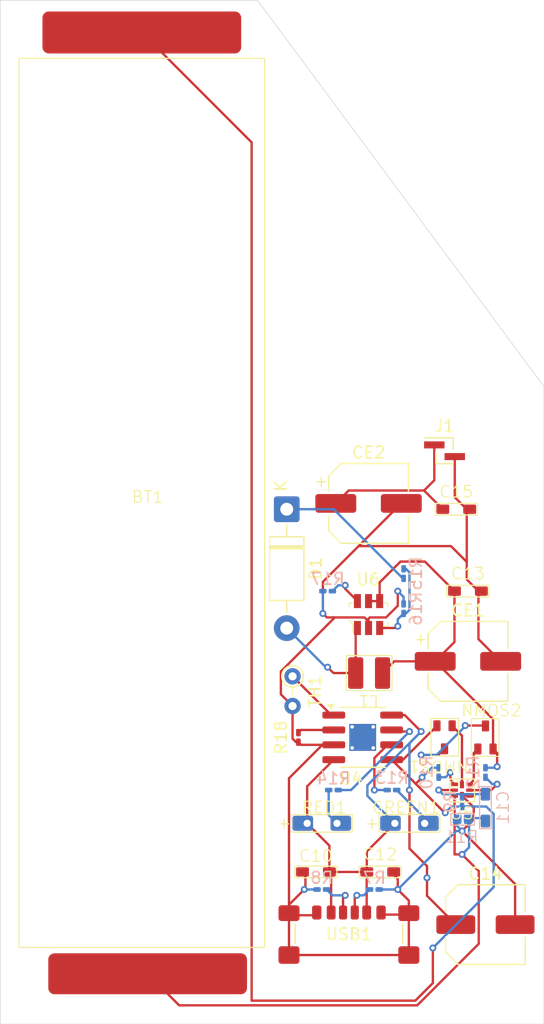
<source format=kicad_pcb>
(kicad_pcb (version 20241229) (generator "pcbnew") (generator_version "9.0")
  (layers (0 "F.Cu" signal) (2 "B.Cu" signal) (13 "F.Paste" user) (15 "B.Paste" user) (5 "F.SilkS" user "F.Silkscreen") (7 "B.SilkS" user "B.Silkscreen") (1 "F.Mask" user) (3 "B.Mask" user) (25 "Edge.Cuts" user))
  (net 0 "")
  (net 1 "GND")
  (net 2 "VBUS")
  (net 3 "/BAT-")
  (net 4 "Net-(U5-VDD)")
  (net 5 "5V")
  (net 6 "Net-(D1-A)")
  (net 7 "Net-(GREEN1-K)")
  (net 8 "/BAT+")
  (net 9 "Net-(NMOS1-PadD)")
  (net 10 "Net-(U5-CHG)")
  (net 11 "Net-(U5-DSG)")
  (net 12 "Net-(USB1-CC2)")
  (net 13 "Net-(USB1-CC1)")
  (net 14 "Net-(U5-BAT)")
  (net 15 "Net-(U5-PACK)")
  (net 16 "Net-(RED1-K)")
  (net 17 "Net-(U6-FB)")
  (net 18 "Net-(U6-OC)")
  (net 19 "Net-(U4-STDBY#)")
  (net 20 "Net-(U4-CHRG#)")
  (net 21 "Net-(U4-PROG)")
  (net 22 "Net-(U4-TEMP)")
  (net 29 "Net-(U6-EN)")
  (footprint "zasilanie:green diode" (layer "F.Cu") (at 95 103)
    (property "Reference" "GREEN1" (at -0.3 -1 0) (layer "F.SilkS") (effects (font (thickness 0.1))))
    (property "Value" "LED")
    (fp_rect (start -2.6 -0.4) (end 2.6 1.1) (stroke (width 0.1)) (fill no) (layer "F.SilkS"))
    (fp_text user "+" (at -3.9 0.9 0) (layer "F.SilkS") (effects (font (thickness 0.1)) (justify left bottom)))
    (pad "1" thru_hole roundrect (at 1.3 0.35) (size 1.75 1.285) (drill 0.62 (offset 0.325 -0.0075)) (layers "*.Cu" "*.Mask") (roundrect_rratio 0.15) (net 7 "Net-(GREEN1-K)"))
    (pad "2" thru_hole roundrect (at -1.25 0.35) (size 1.75 1.285) (drill 0.62 (offset -0.375 -0.0075)) (layers "*.Cu" "*.Mask") (roundrect_rratio 0.15) (net 2 "VBUS"))
  )
  (footprint "Connector_PinHeader_1.00mm:PinHeader_1x02_P1.00mm_Vertical_SMD_Pin1Left" (layer "F.Cu") (at 98 71.5)
    (property "Reference" "J1" (at 0 -2.11 0) (layer "F.SilkS"))
    (property "Value" "Conn_01x02")
    (fp_line (start -0.745 -1.11) (end -1.69 -1.11) (stroke (width 0.12)) (layer "F.SilkS"))
    (fp_line (start -0.745 -1.11) (end -0.745 -1.11) (stroke (width 0.12)) (layer "F.SilkS"))
    (fp_line (start -0.745 -1.11) (end 0.745 -1.11) (stroke (width 0.12)) (layer "F.SilkS"))
    (fp_line (start -0.745 0.11) (end -0.745 1.11) (stroke (width 0.12)) (layer "F.SilkS"))
    (fp_line (start -0.745 1.11) (end 0.745 1.11) (stroke (width 0.12)) (layer "F.SilkS"))
    (fp_line (start 0.745 -1.11) (end 0.745 -0.11) (stroke (width 0.12)) (layer "F.SilkS"))
    (fp_line (start 0.745 1.11) (end 0.745 1.11) (stroke (width 0.12)) (layer "F.SilkS"))
    (pad "1" smd rect (at -0.875 -0.5) (size 1.75 0.6) (layers "F.Cu" "F.Mask" "F.Paste") (net 5 "5V"))
    (pad "2" smd rect (at 0.875 0.5) (size 1.75 0.6) (layers "F.Cu" "F.Mask" "F.Paste") (net 1 "GND"))
  )
  (footprint "Connector_USB:USB_C_Receptacle_GCT_USB4135-GF-A_6P_TopMnt_Horizontal" (layer "F.Cu") (at 89.82 114)
    (property "Reference" "USB1" (at 0 -1.18 0) (layer "F.SilkS"))
    (property "Value" "USB4135-GF-A_REVA")
    (fp_line (start -4.6 -2.04) (end -4.6 -0.41) (stroke (width 0.12)) (layer "F.SilkS"))
    (fp_line (start 4.6 -2.04) (end 4.6 -0.41) (stroke (width 0.12)) (layer "F.SilkS"))
    (pad "A5" smd roundrect (at -0.5 -3.0325) (size 0.7 1.2) (layers "F.Cu" "F.Mask" "F.Paste") (net 13 "Net-(USB1-CC1)"))
    (pad "A9" smd roundrect (at 1.52 -3.0325 180) (size 0.76 1.2) (layers "F.Cu" "F.Mask" "F.Paste") (net 2 "VBUS"))
    (pad "A12" smd roundrect (at 2.75 -3.0325 180) (size 0.8 1.2) (layers "F.Cu" "F.Mask" "F.Paste") (net 1 "GND"))
    (pad "B5" smd roundrect (at 0.5 -3.0325 180) (size 0.7 1.2) (layers "F.Cu" "F.Mask" "F.Paste") (net 12 "Net-(USB1-CC2)"))
    (pad "B9" smd roundrect (at -1.52 -3.0325) (size 0.76 1.2) (layers "F.Cu" "F.Mask" "F.Paste") (net 2 "VBUS"))
    (pad "B12" smd roundrect (at -2.75 -3.0325) (size 0.8 1.2) (layers "F.Cu" "F.Mask" "F.Paste") (net 1 "GND"))
    (pad "S1" smd roundrect (at -5.125 -2.9775) (size 1.8 1.35) (layers "F.Cu" "F.Mask" "F.Paste") (roundrect_rratio 0.1851851852) (net 1 "GND"))
    (pad "S1" smd roundrect (at -5.125 0.6025) (size 1.8 1.5) (layers "F.Cu" "F.Mask" "F.Paste") (roundrect_rratio 0.1666666667) (net 1 "GND"))
    (pad "S1" smd roundrect (at 5.125 -2.9775) (size 1.8 1.35) (layers "F.Cu" "F.Mask" "F.Paste") (roundrect_rratio 0.1851851852) (net 1 "GND"))
    (pad "S1" smd roundrect (at 5.125 0.6025) (size 1.8 1.5) (layers "F.Cu" "F.Mask" "F.Paste") (roundrect_rratio 0.1666666667) (net 1 "GND"))
  )
  (footprint "zasilanie:C0805F104K1RACAUTO" (layer "F.Cu") (at 87 107.5 180)
    (property "Reference" "C10" (at 0 1.37 0) (layer "F.SilkS") (effects (font (thickness 0.1))))
    (property "Value" "100n")
    (fp_rect (start -1.8 -0.5) (end 1.8 0.5) (stroke (width 0.1)) (fill no) (layer "F.SilkS"))
    (pad "1" smd roundrect (at -1.15 0 180) (size 1.1 0.8) (layers "F.Cu" "F.Mask" "F.Paste") (roundrect_rratio 0.15) (net 2 "VBUS"))
    (pad "2" smd roundrect (at 0.9 0 180) (size 1.1 0.8) (drill (offset 0.25 0)) (layers "F.Cu" "F.Mask" "F.Paste") (roundrect_rratio 0.15) (net 1 "GND"))
  )
  (footprint "zasilanie:red diode" (layer "F.Cu") (at 87.5 103)
    (property "Reference" "RED1" (at 0.2 -1 0) (layer "F.SilkS") (effects (font (thickness 0.1))))
    (property "Value" "LED")
    (fp_rect (start -2.6 -0.4) (end 2.6 1.1) (stroke (width 0.1)) (fill no) (layer "F.SilkS"))
    (fp_text user "+" (at -3.9 0.9 0) (layer "F.SilkS") (effects (font (thickness 0.1)) (justify left bottom)))
    (pad "1" thru_hole roundrect (at 1.3 0.35) (size 1.75 1.285) (drill 0.62 (offset 0.325 -0.0075)) (layers "*.Cu" "*.Mask") (roundrect_rratio 0.15) (net 16 "Net-(RED1-K)"))
    (pad "2" thru_hole roundrect (at -1.25 0.35) (size 1.75 1.285) (drill 0.62 (offset -0.375 -0.0075)) (layers "*.Cu" "*.Mask") (roundrect_rratio 0.15) (net 2 "VBUS"))
  )
  (footprint "zasilanie:RTF016N05MOSFET" (layer "F.Cu") (at 101.5 96)
    (property "Reference" "NMOS2" (at 0.5 -2.3 0) (layer "F.SilkS") (effects (font (thickness 0.1))))
    (property "Value" "Q_NMOS")
    (fp_rect (start -1.2 -1.6) (end 1.16 1.62) (stroke (width 0.1)) (fill no) (layer "F.SilkS"))
    (pad "D" smd roundrect (at 0 -0.98) (size 0.62 0.94) (layers "F.Cu" "F.Mask" "F.Paste") (roundrect_rratio 0.15) (net 9 "Net-(NMOS1-PadD)"))
    (pad "G" smd roundrect (at -0.65 0.99) (size 0.62 0.94) (layers "F.Cu" "F.Mask" "F.Paste") (roundrect_rratio 0.15) (net 11 "Net-(U5-DSG)"))
    (pad "S" smd roundrect (at 0.65 0.99) (size 0.62 0.94) (layers "F.Cu" "F.Mask" "F.Paste") (roundrect_rratio 0.15) (net 29 "Net-(U6-EN)"))
  )
  (footprint "Diode_THT:D_DO-41_SOD81_P10.16mm_Horizontal" (layer "F.Cu") (at 84.5 76.5 -90)
    (property "Reference" "D1" (at 5.08 -2.47 90) (layer "F.SilkS"))
    (property "Value" "D1")
    (fp_line (start 1.34 0) (end 2.36 0) (stroke (width 0.12)) (layer "F.SilkS"))
    (fp_line (start 8.82 0) (end 7.8 0) (stroke (width 0.12)) (layer "F.SilkS"))
    (fp_line (start 3.14 -1.47) (end 3.14 1.47) (stroke (width 0.12)) (layer "F.SilkS"))
    (fp_line (start 3.26 -1.47) (end 3.26 1.47) (stroke (width 0.12)) (layer "F.SilkS"))
    (fp_line (start 3.38 -1.47) (end 3.38 1.47) (stroke (width 0.12)) (layer "F.SilkS"))
    (fp_rect (start 2.36 -1.47) (end 7.8 1.47) (stroke (width 0.12)) (fill no) (layer "F.SilkS"))
    (fp_text user "K" (at -2 0.5 90) (layer "F.SilkS"))
    (pad "1" thru_hole roundrect (at 0 0 270) (size 2.2 2.2) (drill 1.1) (layers "*.Cu" "*.Mask") (roundrect_rratio 0.113636) (net 5 "5V"))
    (pad "2" thru_hole circle (at 10.16 0 270) (size 2.2 2.2) (drill 1.1) (layers "*.Cu" "*.Mask") (net 6 "Net-(D1-A)"))
  )
  (footprint "Capacitor_SMD:CP_Elec_6.3x5.4" (layer "F.Cu") (at 91.5 76)
    (property "Reference" "CE2" (at 0 -4.35 0) (layer "F.SilkS"))
    (property "Value" "10uF")
    (fp_line (start -4.4375 -1.8475) (end -3.65 -1.8475) (stroke (width 0.12)) (layer "F.SilkS"))
    (fp_line (start -4.04375 -2.24125) (end -4.04375 -1.45375) (stroke (width 0.12)) (layer "F.SilkS"))
    (fp_line (start -3.41 -2.345563) (end -3.41 -1.06) (stroke (width 0.12)) (layer "F.SilkS"))
    (fp_line (start -3.41 -2.345563) (end -2.345563 -3.41) (stroke (width 0.12)) (layer "F.SilkS"))
    (fp_line (start -3.41 2.345563) (end -3.41 1.06) (stroke (width 0.12)) (layer "F.SilkS"))
    (fp_line (start -3.41 2.345563) (end -2.345563 3.41) (stroke (width 0.12)) (layer "F.SilkS"))
    (fp_line (start -2.345563 -3.41) (end 3.41 -3.41) (stroke (width 0.12)) (layer "F.SilkS"))
    (fp_line (start -2.345563 3.41) (end 3.41 3.41) (stroke (width 0.12)) (layer "F.SilkS"))
    (fp_line (start 3.41 -3.41) (end 3.41 -1.06) (stroke (width 0.12)) (layer "F.SilkS"))
    (fp_line (start 3.41 3.41) (end 3.41 1.06) (stroke (width 0.12)) (layer "F.SilkS"))
    (pad "1" smd roundrect (at -2.8 0) (size 3.5 1.6) (layers "F.Cu" "F.Mask" "F.Paste") (roundrect_rratio 0.15625) (net 5 "5V"))
    (pad "2" smd roundrect (at 2.8 0) (size 3.5 1.6) (layers "F.Cu" "F.Mask" "F.Paste") (roundrect_rratio 0.15625) (net 1 "GND"))
  )
  (footprint "zasilanie:BQ29801" (layer "F.Cu") (at 99.5 100.5)
    (property "Reference" "U5" (at 0 2 0) (layer "F.SilkS") (effects (font (thickness 0.1))))
    (property "Value" "BQ298010")
    (fp_rect (start -1.06 1.02) (end 1.06 -0.95) (stroke (width 0.1)) (fill no) (layer "F.SilkS"))
    (fp_rect (start -0.99 -0.72) (end -0.3 -0.28) (stroke (width 0.05)) (fill no) (layer "F.SilkS"))
    (pad "1" smd roundrect (at -0.64 -0.49 270) (size 0.3 0.58) (layers "F.Cu" "F.Mask" "F.Paste") (roundrect_rratio 0.15) (net 14 "Net-(U5-BAT)"))
    (pad "2" smd roundrect (at -0.64 0.01 270) (size 0.28 0.58) (layers "F.Cu" "F.Mask" "F.Paste") (roundrect_rratio 0.15) (net 4 "Net-(U5-VDD)"))
    (pad "3" smd roundrect (at -0.64 0.51 270) (size 0.3 0.58) (layers "F.Cu" "F.Mask" "F.Paste") (roundrect_rratio 0.15) (net 3 "/BAT-"))
    (pad "4" smd roundrect (at -0.01 0.47 270) (size 0.63 0.35) (layers "F.Cu" "F.Mask" "F.Paste") (roundrect_rratio 0.15) (net 1 "GND"))
    (pad "5" smd roundrect (at 0.64 0.51 270) (size 0.3 0.58) (layers "F.Cu" "F.Mask" "F.Paste") (roundrect_rratio 0.15) (net 1 "GND"))
    (pad "6" smd roundrect (at 0.64 0.01 270) (size 0.28 0.58) (layers "F.Cu" "F.Mask" "F.Paste") (roundrect_rratio 0.15) (net 15 "Net-(U5-PACK)"))
    (pad "7" smd roundrect (at 0.64 -0.49 270) (size 0.3 0.58) (layers "F.Cu" "F.Mask" "F.Paste") (roundrect_rratio 0.15) (net 11 "Net-(U5-DSG)"))
    (pad "8" smd roundrect (at -0.01 -0.46 270) (size 0.63 0.35) (layers "F.Cu" "F.Mask" "F.Paste") (roundrect_rratio 0.15) (net 10 "Net-(U5-CHG)"))
  )
  (footprint "Capacitor_SMD:CP_Elec_6.3x5.4" (layer "F.Cu") (at 100 89.5)
    (property "Reference" "CE1" (at 0 -4.35 0) (layer "F.SilkS"))
    (property "Value" "10uF")
    (fp_line (start -4.4375 -1.8475) (end -3.65 -1.8475) (stroke (width 0.12)) (layer "F.SilkS"))
    (fp_line (start -4.04375 -2.24125) (end -4.04375 -1.45375) (stroke (width 0.12)) (layer "F.SilkS"))
    (fp_line (start -3.41 -2.345563) (end -3.41 -1.06) (stroke (width 0.12)) (layer "F.SilkS"))
    (fp_line (start -3.41 -2.345563) (end -2.345563 -3.41) (stroke (width 0.12)) (layer "F.SilkS"))
    (fp_line (start -3.41 2.345563) (end -3.41 1.06) (stroke (width 0.12)) (layer "F.SilkS"))
    (fp_line (start -3.41 2.345563) (end -2.345563 3.41) (stroke (width 0.12)) (layer "F.SilkS"))
    (fp_line (start -2.345563 -3.41) (end 3.41 -3.41) (stroke (width 0.12)) (layer "F.SilkS"))
    (fp_line (start -2.345563 3.41) (end 3.41 3.41) (stroke (width 0.12)) (layer "F.SilkS"))
    (fp_line (start 3.41 -3.41) (end 3.41 -1.06) (stroke (width 0.12)) (layer "F.SilkS"))
    (fp_line (start 3.41 3.41) (end 3.41 1.06) (stroke (width 0.12)) (layer "F.SilkS"))
    (pad "1" smd roundrect (at -2.8 0) (size 3.5 1.6) (layers "F.Cu" "F.Mask" "F.Paste") (roundrect_rratio 0.15625) (net 29 "Net-(U6-EN)"))
    (pad "2" smd roundrect (at 2.8 0) (size 3.5 1.6) (layers "F.Cu" "F.Mask" "F.Paste") (roundrect_rratio 0.15625) (net 1 "GND"))
  )
  (footprint "zasilanie:C0805F104K1RACAUTO" (layer "F.Cu") (at 99 76.5)
    (property "Reference" "C15" (at 0 -1.5 0) (layer "F.SilkS") (effects (font (thickness 0.1))))
    (property "Value" "100n")
    (fp_rect (start -1.8 -0.5) (end 1.8 0.5) (stroke (width 0.1)) (fill no) (layer "F.SilkS"))
    (pad "1" smd roundrect (at -1.15 0) (size 1.1 0.8) (layers "F.Cu" "F.Mask" "F.Paste") (roundrect_rratio 0.15) (net 5 "5V"))
    (pad "2" smd roundrect (at 0.9 0) (size 1.1 0.8) (drill (offset 0.25 0)) (layers "F.Cu" "F.Mask" "F.Paste") (roundrect_rratio 0.15) (net 1 "GND"))
  )
  (footprint "Package_SO:HSOP-8-1EP_3.9x4.9mm_P1.27mm_EP2.3x2.3mm_ThermalVias" (layer "F.Cu") (at 91 96)
    (property "Reference" "U4" (at -1 3.5 0) (layer "F.SilkS"))
    (property "Value" "TP4056")
    (fp_line (start 0 -2.56) (end -1.95 -2.56) (stroke (width 0.12)) (layer "F.SilkS"))
    (fp_line (start 0 -2.56) (end 1.95 -2.56) (stroke (width 0.12)) (layer "F.SilkS"))
    (fp_line (start 0 2.56) (end -1.95 2.56) (stroke (width 0.12)) (layer "F.SilkS"))
    (fp_line (start 0 2.56) (end 1.95 2.56) (stroke (width 0.12)) (layer "F.SilkS"))
    (fp_poly (pts (xy -2.7 -2.465) (xy -2.94 -2.795) (xy -2.46 -2.795)) (stroke (width 0.12)) (fill yes) (layer "F.SilkS"))
    (pad "1" smd roundrect (at -2.475 -1.905) (size 1.95 0.6) (layers "F.Cu" "F.Mask" "F.Paste") (net 22 "Net-(U4-TEMP)"))
    (pad "2" smd roundrect (at -2.475 -0.635) (size 1.95 0.6) (layers "F.Cu" "F.Mask" "F.Paste") (net 21 "Net-(U4-PROG)"))
    (pad "3" smd roundrect (at -2.475 0.635) (size 1.95 0.6) (layers "F.Cu" "F.Mask" "F.Paste") (net 1 "GND"))
    (pad "4" smd roundrect (at -2.475 1.905) (size 1.95 0.6) (layers "F.Cu" "F.Mask" "F.Paste") (net 2 "VBUS"))
    (pad "5" smd roundrect (at 2.475 1.905) (size 1.95 0.6) (layers "F.Cu" "F.Mask" "F.Paste") (net 8 "/BAT+"))
    (pad "6" smd roundrect (at 2.475 0.635) (size 1.95 0.6) (layers "F.Cu" "F.Mask" "F.Paste") (net 19 "Net-(U4-STDBY#)"))
    (pad "7" smd roundrect (at 2.475 -0.635) (size 1.95 0.6) (layers "F.Cu" "F.Mask" "F.Paste") (net 20 "Net-(U4-CHRG#)"))
    (pad "8" smd roundrect (at 2.475 -1.905) (size 1.95 0.6) (layers "F.Cu" "F.Mask" "F.Paste") (net 2 "VBUS"))
    (pad "9" thru_hole circle (at -0.9 -0.9) (size 0.5 0.5) (drill 0.3) (property pad_prop_heatsink) (layers "*.Cu"))
    (pad "9" thru_hole circle (at -0.9 0.9) (size 0.5 0.5) (drill 0.3) (property pad_prop_heatsink) (layers "*.Cu"))
    (pad "9" smd rect (at 0 0) (size 2.3 2.3) (property pad_prop_heatsink) (layers "F.Cu" "F.Mask"))
    (pad "9" smd rect (at 0 0) (size 2.3 2.3) (property pad_prop_heatsink) (layers "B.Cu"))
    (pad "9" thru_hole circle (at 0.9 -0.9) (size 0.5 0.5) (drill 0.3) (property pad_prop_heatsink) (layers "*.Cu"))
    (pad "9" thru_hole circle (at 0.9 0.9) (size 0.5 0.5) (drill 0.3) (property pad_prop_heatsink) (layers "*.Cu"))
  )
  (footprint "zasilanie:C0805F104K1RACAUTO" (layer "F.Cu") (at 100 83.5)
    (property "Reference" "C13" (at 0 -1.5 0) (layer "F.SilkS") (effects (font (thickness 0.1))))
    (property "Value" "100n")
    (fp_rect (start -1.8 -0.5) (end 1.8 0.5) (stroke (width 0.1)) (fill no) (layer "F.SilkS"))
    (pad "1" smd roundrect (at -1.15 0) (size 1.1 0.8) (layers "F.Cu" "F.Mask" "F.Paste") (roundrect_rratio 0.15) (net 29 "Net-(U6-EN)"))
    (pad "2" smd roundrect (at 0.9 0) (size 1.1 0.8) (drill (offset 0.25 0)) (layers "F.Cu" "F.Mask" "F.Paste") (roundrect_rratio 0.15) (net 1 "GND"))
  )
  (footprint "zasilanie:SOT23-6L" (layer "F.Cu") (at 91.5 85.5)
    (property "Reference" "U6" (at -0.025 -3 0) (layer "F.SilkS"))
    (property "Value" "FP6291")
    (fp_line (start -1.65 -1) (end -1.65 -0.65) (stroke (width 0.1)) (layer "F.SilkS"))
    (fp_line (start -1.65 0.5) (end -1.325 0.825) (stroke (width 0.1)) (layer "F.SilkS"))
    (fp_line (start -1.325 0.825) (end -1.325 1.525) (stroke (width 0.1)) (layer "F.SilkS"))
    (fp_line (start -1.3 -1) (end -1.65 -1) (stroke (width 0.1)) (layer "F.SilkS"))
    (fp_line (start 1.3 -1) (end 1.65 -1) (stroke (width 0.1)) (layer "F.SilkS"))
    (fp_line (start 1.65 -1) (end 1.65 -0.7) (stroke (width 0.1)) (layer "F.SilkS"))
    (fp_line (start 1.65 0.675) (end 1.65 1) (stroke (width 0.1)) (layer "F.SilkS"))
    (fp_line (start 1.65 1) (end 1.35 1) (stroke (width 0.1)) (layer "F.SilkS"))
    (pad "1" smd rect (at -0.95 1.15) (size 0.6 1.2) (layers "F.Cu" "F.Mask" "F.Paste") (net 6 "Net-(D1-A)"))
    (pad "2" smd rect (at 0 1.15) (size 0.6 1.2) (layers "F.Cu" "F.Mask" "F.Paste") (net 1 "GND"))
    (pad "3" smd rect (at 0.95 1.15) (size 0.6 1.2) (layers "F.Cu" "F.Mask" "F.Paste") (net 17 "Net-(U6-FB)"))
    (pad "4" smd rect (at 0.95 -1.15) (size 0.6 1.2) (layers "F.Cu" "F.Mask" "F.Paste") (net 29 "Net-(U6-EN)"))
    (pad "5" smd rect (at 0 -1.15) (size 0.6 1.2) (layers "F.Cu" "F.Mask" "F.Paste") (net 29 "Net-(U6-EN)"))
    (pad "6" smd rect (at -0.95 -1.15) (size 0.6 1.2) (layers "F.Cu" "F.Mask" "F.Paste") (net 18 "Net-(U6-OC)"))
  )
  (footprint "Resistor_SMD:R_0201_0603Metric_Pad0.64x0.40mm_HandSolder" (layer "F.Cu") (at 85.5 96 -90)
    (property "Reference" "R18" (at 0 1.5 90) (layer "F.SilkS"))
    (property "Value" "1k2")
    (pad "1" smd roundrect (at -0.4075 0 270) (size 0.635 0.4) (layers "F.Cu" "F.Mask") (net 21 "Net-(U4-PROG)"))
    (pad "2" smd roundrect (at 0.4075 0 270) (size 0.635 0.4) (layers "F.Cu" "F.Mask") (net 1 "GND"))
  )
  (footprint "zasilanie:18650" (layer "F.Cu") (at 72.605 75.955)
    (property "Reference" "BT1" (at 0 -0.5 0) (layer "F.SilkS") (effects (font (thickness 0.1))))
    (property "Value" "Battery_Cell")
    (fp_rect (start -11 -38) (end 10 38) (stroke (width 0.1)) (fill no) (layer "F.SilkS"))
    (pad "1" smd roundrect (at -0.5 -40.205) (size 17 3.59) (layers "F.Cu" "F.Mask" "F.Paste") (roundrect_rratio 0.15) (net 8 "/BAT+"))
    (pad "2" smd roundrect (at 0 40.25) (size 17 3.5) (layers "F.Cu" "F.Mask" "F.Paste") (roundrect_rratio 0.15) (net 3 "/BAT-"))
  )
  (footprint "zasilanie:LCXHF3030QKT4R7MNR" (layer "F.Cu") (at 91.5 90.5 180)
    (property "Reference" "L1" (at 0 -2.4 180) (layer "F.SilkS") (effects (font (thickness 0.1))))
    (property "Value" "4.7uH")
    (fp_rect (start -2 -1.5) (end 1.9 1.5) (stroke (width 0.1)) (fill no) (layer "F.SilkS"))
    (pad "1" smd roundrect (at -1.2 0 180) (size 1.3 2.7) (layers "F.Cu" "F.Mask" "F.Paste") (roundrect_rratio 0.15) (net 29 "Net-(U6-EN)"))
    (pad "2" smd roundrect (at 1.1 0 180) (size 1.3 2.7) (layers "F.Cu" "F.Mask" "F.Paste") (roundrect_rratio 0.15) (net 6 "Net-(D1-A)"))
  )
  (footprint "zasilanie:RTF016N05MOSFET" (layer "F.Cu") (at 98 96 180)
    (property "Reference" "NMOS1" (at 0.5 -2.5 180) (layer "F.SilkS") (effects (font (thickness 0.1))))
    (property "Value" "Q_NMOS")
    (fp_rect (start -1.2 -1.6) (end 1.16 1.62) (stroke (width 0.1)) (fill no) (layer "F.SilkS"))
    (pad "D" smd roundrect (at 0 -0.98 180) (size 0.62 0.94) (layers "F.Cu" "F.Mask" "F.Paste") (roundrect_rratio 0.15) (net 9 "Net-(NMOS1-PadD)"))
    (pad "G" smd roundrect (at -0.65 0.99 180) (size 0.62 0.94) (layers "F.Cu" "F.Mask" "F.Paste") (roundrect_rratio 0.15) (net 10 "Net-(U5-CHG)"))
    (pad "S" smd roundrect (at 0.65 0.99 180) (size 0.62 0.94) (layers "F.Cu" "F.Mask" "F.Paste") (roundrect_rratio 0.15) (net 8 "/BAT+"))
  )
  (footprint "zasilanie:C0805F104K1RACAUTO" (layer "F.Cu") (at 92.5 107.5)
    (property "Reference" "C12" (at 0 -1.5 0) (layer "F.SilkS") (effects (font (thickness 0.1))))
    (property "Value" "100n")
    (fp_rect (start -1.8 -0.5) (end 1.8 0.5) (stroke (width 0.1)) (fill no) (layer "F.SilkS"))
    (pad "1" smd roundrect (at -1.15 0) (size 1.1 0.8) (layers "F.Cu" "F.Mask" "F.Paste") (roundrect_rratio 0.15) (net 2 "VBUS"))
    (pad "2" smd roundrect (at 0.9 0) (size 1.1 0.8) (drill (offset 0.25 0)) (layers "F.Cu" "F.Mask" "F.Paste") (roundrect_rratio 0.15) (net 1 "GND"))
  )
  (footprint "Resistor_THT:R_Axial_DIN0204_L3.6mm_D1.6mm_P2.54mm_Vertical" (layer "F.Cu") (at 85 90.78 -90)
    (property "Reference" "TH1" (at 1.27 -1.92 90) (layer "F.SilkS"))
    (property "Value" "Thermistor_NTC 10k")
    (fp_line (start 0.92 0) (end 1.54 0) (stroke (width 0.12)) (layer "F.SilkS"))
    (fp_circle (center 0 0) (end 0.92 0) (stroke (width 0.12)) (fill no) (layer "F.SilkS"))
    (pad "1" thru_hole circle (at 0 0 270) (size 1.4 1.4) (drill 0.7) (layers "*.Cu" "*.Mask") (net 22 "Net-(U4-TEMP)"))
    (pad "2" thru_hole circle (at 2.54 0 270) (size 1.4 1.4) (drill 0.7) (layers "*.Cu" "*.Mask") (net 1 "GND"))
  )
  (footprint "Capacitor_SMD:C_Elec_6.3x5.4" (layer "F.Cu") (at 101.5 112)
    (property "Reference" "C14" (at 0 -4.35 0) (layer "F.SilkS"))
    (property "Value" "10uF")
    (fp_line (start -3.41 -2.345563) (end -3.41 -1.06) (stroke (width 0.12)) (layer "F.SilkS"))
    (fp_line (start -3.41 -2.345563) (end -2.345563 -3.41) (stroke (width 0.12)) (layer "F.SilkS"))
    (fp_line (start -3.41 2.345563) (end -3.41 1.06) (stroke (width 0.12)) (layer "F.SilkS"))
    (fp_line (start -3.41 2.345563) (end -2.345563 3.41) (stroke (width 0.12)) (layer "F.SilkS"))
    (fp_line (start -2.345563 -3.41) (end 3.41 -3.41) (stroke (width 0.12)) (layer "F.SilkS"))
    (fp_line (start -2.345563 3.41) (end 3.41 3.41) (stroke (width 0.12)) (layer "F.SilkS"))
    (fp_line (start 3.41 -3.41) (end 3.41 -1.06) (stroke (width 0.12)) (layer "F.SilkS"))
    (fp_line (start 3.41 3.41) (end 3.41 1.06) (stroke (width 0.12)) (layer "F.SilkS"))
    (pad "1" smd roundrect (at -2.5375 0) (size 3.325 1.6) (layers "F.Cu" "F.Mask" "F.Paste") (roundrect_rratio 0.15625) (net 2 "VBUS"))
    (pad "2" smd roundrect (at 2.5375 0) (size 3.325 1.6) (layers "F.Cu" "F.Mask" "F.Paste") (roundrect_rratio 0.15625) (net 1 "GND"))
  )
  (footprint "Resistor_SMD:R_0201_0603Metric_Pad0.64x0.40mm_HandSolder" (layer "B.Cu") (at 94.5 82 90)
    (property "Reference" "R15" (at 0 1.05 90) (layer "B.SilkS") (effects (justify mirror)))
    (property "Value" "88k")
    (pad "1" smd roundrect (at -0.4075 0 90) (size 0.635 0.4) (layers "B.Cu" "B.Mask") (net 5 "5V"))
    (pad "2" smd roundrect (at 0.4075 0 90) (size 0.635 0.4) (layers "B.Cu" "B.Mask") (net 17 "Net-(U6-FB)"))
  )
  (footprint "Resistor_SMD:R_0201_0603Metric_Pad0.64x0.40mm_HandSolder" (layer "B.Cu") (at 93.5 100.5 180)
    (property "Reference" "R13" (at 0 1.05 0) (layer "B.SilkS") (effects (justify mirror)))
    (property "Value" "600")
    (pad "1" smd roundrect (at -0.4075 0 180) (size 0.635 0.4) (layers "B.Cu" "B.Mask") (net 7 "Net-(GREEN1-K)"))
    (pad "2" smd roundrect (at 0.4075 0 180) (size 0.635 0.4) (layers "B.Cu" "B.Mask") (net 19 "Net-(U4-STDBY#)"))
  )
  (footprint "Resistor_SMD:R_0201_0603Metric_Pad0.64x0.40mm_HandSolder" (layer "B.Cu") (at 88.5 100.5)
    (property "Reference" "R14" (at 0 -1 0) (layer "B.SilkS") (effects (justify mirror)))
    (property "Value" "600")
    (pad "1" smd roundrect (at -0.4075 0) (size 0.635 0.4) (layers "B.Cu" "B.Mask") (net 16 "Net-(RED1-K)"))
    (pad "2" smd roundrect (at 0.4075 0) (size 0.635 0.4) (layers "B.Cu" "B.Mask") (net 20 "Net-(U4-CHRG#)"))
  )
  (footprint "Resistor_SMD:R_0201_0603Metric_Pad0.64x0.40mm_HandSolder" (layer "B.Cu") (at 87.5 109 180)
    (property "Reference" "R8" (at 0 1 0) (layer "B.SilkS") (effects (justify mirror)))
    (property "Value" "5k1")
    (pad "1" smd roundrect (at -0.4075 0 180) (size 0.635 0.4) (layers "B.Cu" "B.Mask") (net 13 "Net-(USB1-CC1)"))
    (pad "2" smd roundrect (at 0.4075 0 180) (size 0.635 0.4) (layers "B.Cu" "B.Mask") (net 1 "GND"))
  )
  (footprint "zasilanie:C0805F104K1RACAUTO" (layer "B.Cu") (at 101.5 102 -90)
    (property "Reference" "C11" (at 0 -1.5 90) (layer "B.SilkS") (effects (font (thickness 0.1)) (justify mirror)))
    (property "Value" "100n")
    (fp_rect (start -1.8 0.5) (end 1.8 -0.5) (stroke (width 0.1)) (fill no) (layer "B.SilkS"))
    (pad "1" smd roundrect (at -1.15 0 270) (size 1.1 0.8) (layers "B.Cu" "B.Mask" "B.Paste") (roundrect_rratio 0.15) (net 4 "Net-(U5-VDD)"))
    (pad "2" smd roundrect (at 0.9 0 270) (size 1.1 0.8) (drill (offset 0.25 0)) (layers "B.Cu" "B.Mask" "B.Paste") (roundrect_rratio 0.15) (net 3 "/BAT-"))
  )
  (footprint "Resistor_SMD:R_0201_0603Metric_Pad0.64x0.40mm_HandSolder" (layer "B.Cu") (at 99.5 101.5 90)
    (property "Reference" "R9" (at 0 -1 90) (layer "B.SilkS") (effects (justify mirror)))
    (property "Value" "300")
    (pad "1" smd roundrect (at -0.4075 0 90) (size 0.635 0.4) (layers "B.Cu" "B.Mask") (net 8 "/BAT+"))
    (pad "2" smd roundrect (at 0.4075 0 90) (size 0.635 0.4) (layers "B.Cu" "B.Mask") (net 4 "Net-(U5-VDD)"))
  )
  (footprint "zasilanie:WFCP04026L000FE66" (layer "B.Cu") (at 99.5 103 180)
    (property "Reference" "R11" (at 0.05 -1.5 0) (layer "B.SilkS") (effects (font (thickness 0.1)) (justify mirror)))
    (property "Value" "6m")
    (fp_rect (start -1.05 0.5) (end 0.95 -0.5) (stroke (width 0.1)) (fill no) (layer "B.SilkS"))
    (pad "1" smd roundrect (at -0.525 0 180) (size 0.75 0.8) (layers "B.Cu" "B.Mask" "B.Paste") (roundrect_rratio 0.15) (net 3 "/BAT-"))
    (pad "2" smd roundrect (at 0.425 0 180) (size 0.75 0.8) (layers "B.Cu" "B.Mask" "B.Paste") (roundrect_rratio 0.15) (net 1 "GND"))
  )
  (footprint "Resistor_SMD:R_0201_0603Metric_Pad0.64x0.40mm_HandSolder" (layer "B.Cu") (at 92 109)
    (property "Reference" "R7" (at 0 -1 0) (layer "B.SilkS") (effects (justify mirror)))
    (property "Value" "5k1")
    (pad "1" smd roundrect (at -0.4075 0) (size 0.635 0.4) (layers "B.Cu" "B.Mask") (net 12 "Net-(USB1-CC2)"))
    (pad "2" smd roundrect (at 0.4075 0) (size 0.635 0.4) (layers "B.Cu" "B.Mask") (net 1 "GND"))
  )
  (footprint "Resistor_SMD:R_0201_0603Metric_Pad0.64x0.40mm_HandSolder" (layer "B.Cu") (at 94.5 85 90)
    (property "Reference" "R16" (at 0 1.05 90) (layer "B.SilkS") (effects (justify mirror)))
    (property "Value" "12k")
    (pad "1" smd roundrect (at -0.4075 0 90) (size 0.635 0.4) (layers "B.Cu" "B.Mask") (net 17 "Net-(U6-FB)"))
    (pad "2" smd roundrect (at 0.4075 0 90) (size 0.635 0.4) (layers "B.Cu" "B.Mask") (net 1 "GND"))
  )
  (footprint "Resistor_SMD:R_0201_0603Metric_Pad0.64x0.40mm_HandSolder" (layer "B.Cu") (at 88 83.5 180)
    (property "Reference" "R17" (at 0 1.05 0) (layer "B.SilkS") (effects (justify mirror)))
    (property "Value" "48k")
    (pad "1" smd roundrect (at -0.4075 0 180) (size 0.635 0.4) (layers "B.Cu" "B.Mask") (net 18 "Net-(U6-OC)"))
    (pad "2" smd roundrect (at 0.4075 0 180) (size 0.635 0.4) (layers "B.Cu" "B.Mask") (net 1 "GND"))
  )
  (footprint "Resistor_SMD:R_0201_0603Metric_Pad0.64x0.40mm_HandSolder" (layer "B.Cu") (at 101.5 99 -90)
    (property "Reference" "R12" (at 0 1.05 90) (layer "B.SilkS") (effects (justify mirror)))
    (property "Value" "1k")
    (pad "1" smd roundrect (at -0.4075 0 270) (size 0.635 0.4) (layers "B.Cu" "B.Mask") (net 29 "Net-(U6-EN)"))
    (pad "2" smd roundrect (at 0.4075 0 270) (size 0.635 0.4) (layers "B.Cu" "B.Mask") (net 15 "Net-(U5-PACK)"))
  )
  (footprint "Resistor_SMD:R_0201_0603Metric_Pad0.64x0.40mm_HandSolder" (layer "B.Cu") (at 97.5 99 -90)
    (property "Reference" "R10" (at 0 1.05 90) (layer "B.SilkS") (effects (justify mirror)))
    (property "Value" "20")
    (pad "1" smd roundrect (at -0.4075 0 270) (size 0.635 0.4) (layers "B.Cu" "B.Mask") (net 8 "/BAT+"))
    (pad "2" smd roundrect (at 0.4075 0 270) (size 0.635 0.4) (layers "B.Cu" "B.Mask") (net 14 "Net-(U5-BAT)"))
  )
  (gr_line (start 106.5 120.5) (end 106.5 66) (stroke (width 0.05)) (layer "Edge.Cuts"))
  (gr_line (start 60 33) (end 60 120.5) (stroke (width 0.05)) (layer "Edge.Cuts"))
  (gr_line (start 60 120.5) (end 106.5 120.5) (stroke (width 0.05)) (layer "Edge.Cuts"))
  (gr_line (start 106.5 66) (end 82 33) (stroke (width 0.05)) (layer "Edge.Cuts"))
  (gr_line (start 82 33) (end 60 33) (stroke (width 0.05)) (layer "Edge.Cuts"))
  (segment (start 99.49 100.97) (end 100.5 101.98) (width 0.2) (layer "F.Cu") (net 1))
  (segment (start 104.0375 108.5375) (end 99.5 104) (width 0.2) (layer "F.Cu") (net 1))
  (segment (start 100.9 87.6) (end 100.9 83.5) (width 0.2) (layer "F.Cu") (net 1))
  (segment (start 84.695 114.7825) (end 84.695 111.2025) (width 0.2) (layer "F.Cu") (net 1))
  (segment (start 87.550001 96.635) (end 84.695 99.490001) (width 0.2) (layer "F.Cu") (net 1))
  (segment (start 91.151 85.749) (end 88.615372 85.749) (width 0.2) (layer "F.Cu") (net 1))
  (segment (start 87.5925 85.4075) (end 87.934 85.749) (width 0.2) (layer "F.Cu") (net 1))
  (segment (start 87.015 111.2025) (end 87.07 111.1475) (width 0.2) (layer "F.Cu") (net 1))
  (segment (start 98.55 79.65) (end 99.9 81) (width 0.2) (layer "F.Cu") (net 1))
  (segment (start 91.601 85.749) (end 91.5 85.85) (width 0.2) (layer "F.Cu") (net 1))
  (segment (start 99.9 82.5) (end 100.9 83.5) (width 0.2) (layer "F.Cu") (net 1))
  (segment (start 85.7275 96.635) (end 88.525 96.635) (width 0.2) (layer "F.Cu") (net 1))
  (segment (start 94 83.5) (end 94 84.749) (width 0.2) (layer "F.Cu") (net 1))
  (segment (start 86 109) (end 84.695 110.305) (width 0.2) (layer "F.Cu") (net 1))
  (segment (start 85 93.32) (end 85 96.107499) (width 0.2) (layer "F.Cu") (net 1))
  (segment (start 102.8 89.5) (end 100.9 87.6) (width 0.2) (layer "F.Cu") (net 1))
  (segment (start 90.65 79.65) (end 98.55 79.65) (width 0.2) (layer "F.Cu") (net 1))
  (segment (start 94.945 109.945) (end 94.945 111.2025) (width 0.2) (layer "F.Cu") (net 1))
  (segment (start 88.525 96.635) (end 87.550001 96.635) (width 0.2) (layer "F.Cu") (net 1))
  (segment (start 104.0375 112) (end 104.0375 108.5375) (width 0.2) (layer "F.Cu") (net 1))
  (segment (start 100.547666 101.01) (end 100.507666 100.97) (width 0.2) (layer "F.Cu") (net 1))
  (segment (start 91.5 86.65) (end 91.5 86.098) (width 0.2) (layer "F.Cu") (net 1))
  (segment (start 88.615372 85.749) (end 83.999 90.365372) (width 0.2) (layer "F.Cu") (net 1))
  (segment (start 99.9 76.5) (end 98.875 75.475) (width 0.2) (layer "F.Cu") (net 1))
  (segment (start 100.5 103) (end 99.5 104) (width 0.2) (layer "F.Cu") (net 1))
  (segment (start 98.875 75.475) (end 98.875 72) (width 0.2) (layer "F.Cu") (net 1))
  (segment (start 93 85.749) (end 91.601 85.749) (width 0.2) (layer "F.Cu") (net 1))
  (segment (start 92.57 111.1475) (end 94.89 111.1475) (width 0.2) (layer "F.Cu") (net 1))
  (segment (start 94 109) (end 94.945 109.945) (width 0.2) (layer "F.Cu") (net 1))
  (segment (start 100.547666 101.01) (end 100.14 101.01) (width 0.2) (layer "F.Cu") (net 1))
  (segment (start 84.695 111.2025) (end 87.015 111.2025) (width 0.2) (layer "F.Cu") (net 1))
  (segment (start 99.9 76.5) (end 99.9 81) (width 0.2) (layer "F.Cu") (net 1))
  (segment (start 87.5925 85.4075) (end 87.5925 82.7075) (width 0.2) (layer "F.Cu") (net 1))
  (segment (start 86.1 108.9) (end 86 109) (width 0.2) (layer "F.Cu") (net 1))
  (segment (start 94 84.749) (end 93 85.749) (width 0.2) (layer "F.Cu") (net 1))
  (segment (start 86.1 107.5) (end 86.1 108.9) (width 0.2) (layer "F.Cu") (net 1))
  (segment (start 99.9 81) (end 99.9 82.5) (width 0.2) (layer "F.Cu") (net 1))
  (segment (start 100.5 101.98) (end 100.5 103) (width 0.2) (layer "F.Cu") (net 1))
  (segment (start 84.695 110.305) (end 84.695 111.2025) (width 0.2) (layer "F.Cu") (net 1))
  (segment (start 94.945 114.6025) (end 84.695 114.6025) (width 0.2) (layer "F.Cu") (net 1))
  (segment (start 87.934 85.749) (end 88.615372 85.749) (width 0.2) (layer "F.Cu") (net 1))
  (segment (start 100.507666 100.97) (end 99.49 100.97) (width 0.2) (layer "F.Cu") (net 1))
  (segment (start 83.999 90.365372) (end 83.999 92.319) (width 0.2) (layer "F.Cu") (net 1))
  (segment (start 91.5 86.098) (end 91.151 85.749) (width 0.2) (layer "F.Cu") (net 1))
  (segment (start 84.695 99.490001) (end 84.695 111.0225) (width 0.2) (layer "F.Cu") (net 1))
  (segment (start 94.945 114.7825) (end 94.945 111.2025) (width 0.2) (layer "F.Cu") (net 1))
  (segment (start 85 96.107499) (end 85.300001 96.4075) (width 0.2) (layer "F.Cu") (net 1))
  (segment (start 91.5 85.85) (end 91.5 86.65) (width 0.2) (layer "F.Cu") (net 1))
  (segment (start 85.5 96.4075) (end 85.7275 96.635) (width 0.2) (layer "F.Cu") (net 1))
  (segment (start 85.300001 96.4075) (end 85.5 96.4075) (width 0.2) (layer "F.Cu") (net 1))
  (segment (start 83.999 92.319) (end 85 93.32) (width 0.2) (layer "F.Cu") (net 1))
  (segment (start 94 108.1) (end 93.4 107.5) (width 0.2) (layer "F.Cu") (net 1))
  (segment (start 94.89 111.1475) (end 94.945 111.2025) (width 0.2) (layer "F.Cu") (net 1))
  (segment (start 94.3 76) (end 90.65 79.65) (width 0.2) (layer "F.Cu") (net 1))
  (segment (start 87.5925 82.7075) (end 90.65 79.65) (width 0.2) (layer "F.Cu") (net 1))
  (segment (start 94 109) (end 94 108.1) (width 0.2) (layer "F.Cu") (net 1))
  (via (at 99.5 104) (size 0.6) (drill 0.3) (layers "F.Cu" "B.Cu") (net 1))
  (via (at 94 109) (size 0.6) (drill 0.3) (layers "F.Cu" "B.Cu") (net 1))
  (via (at 86 109) (size 0.6) (drill 0.3) (layers "F.Cu" "B.Cu") (net 1))
  (via (at 94 83.5) (size 0.6) (drill 0.3) (layers "F.Cu" "B.Cu") (net 1))
  (via (at 87.5925 85.4075) (size 0.6) (drill 0.3) (layers "F.Cu" "B.Cu") (net 1))
  (segment (start 87.5925 83.5) (end 87.5925 85.4075) (width 0.2) (layer "B.Cu") (net 1))
  (segment (start 99.5 104) (end 99 104) (width 0.2) (layer "B.Cu") (net 1))
  (segment (start 99 104) (end 94 109) (width 0.2) (layer "B.Cu") (net 1))
  (segment (start 99.075 103.575) (end 99.075 103) (width 0.2) (layer "B.Cu") (net 1))
  (segment (start 99.5 104) (end 99.075 103.575) (width 0.2) (layer "B.Cu") (net 1))
  (segment (start 87.0925 109) (end 86 109) (width 0.2) (layer "B.Cu") (net 1))
  (segment (start 92.4075 109) (end 94 109) (width 0.2) (layer "B.Cu") (net 1))
  (segment (start 94.5 84.5925) (end 94.5 84) (width 0.2) (layer "B.Cu") (net 1))
  (segment (start 94.5 84) (end 94 83.5) (width 0.2) (layer "B.Cu") (net 1))
  (segment (start 91.34 110.9675) (end 91.34 107.51) (width 0.2) (layer "F.Cu") (net 2))
  (segment (start 94.595 94.095) (end 93.475 94.095) (width 0.2) (layer "F.Cu") (net 2))
  (segment (start 86.25 100.18) (end 86.25 103.35) (width 0.2) (layer "F.Cu") (net 2))
  (segment (start 88.15 107.5) (end 91.35 107.5) (width 0.2) (layer "F.Cu") (net 2))
  (segment (start 88.3 110.9675) (end 88.3 107.65) (width 0.2) (layer "F.Cu") (net 2))
  (segment (start 96.5 107) (end 96.5 108) (width 0.2) (layer "F.Cu") (net 2))
  (segment (start 91.34 107.51) (end 91.35 107.5) (width 0.2) (layer "F.Cu") (net 2))
  (segment (start 96.5 109.5375) (end 98.9625 112) (width 0.2) (layer "F.Cu") (net 2))
  (segment (start 88.15 105.25) (end 88.15 107.5) (width 0.2) (layer "F.Cu") (net 2))
  (segment (start 96 95.5) (end 94.595 94.095) (width 0.2) (layer "F.Cu") (net 2))
  (segment (start 96.5 108) (end 96.5 109.5375) (width 0.2) (layer "F.Cu") (net 2))
  (segment (start 88.525 97.905) (end 86.25 100.18) (width 0.2) (layer "F.Cu") (net 2))
  (segment (start 93.75 103.35) (end 91.35 105.75) (width 0.2) (layer "F.Cu") (net 2))
  (segment (start 86.25 103.35) (end 88.15 105.25) (width 0.2) (layer "F.Cu") (net 2))
  (segment (start 88.3 107.65) (end 88.15 107.5) (width 0.2) (layer "F.Cu") (net 2))
  (segment (start 95 105.5) (end 96.5 107) (width 0.2) (layer "F.Cu") (net 2))
  (segment (start 95 100.5) (end 95 105.5) (width 0.2) (layer "F.Cu") (net 2))
  (segment (start 91.35 105.75) (end 91.35 107.5) (width 0.2) (layer "F.Cu") (net 2))
  (via (at 96.5 108) (size 0.6) (drill 0.3) (layers "F.Cu" "B.Cu") (net 2))
  (via (at 95 100.5) (size 0.6) (drill 0.3) (layers "F.Cu" "B.Cu") (net 2))
  (via (at 96 95.5) (size 0.6) (drill 0.3) (layers "F.Cu" "B.Cu") (net 2))
  (segment (start 96 95.5) (end 95 96.5) (width 0.2) (layer "B.Cu") (net 2))
  (segment (start 95 96.5) (end 95 100.5) (width 0.2) (layer "B.Cu") (net 2))
  (segment (start 93.75 103.35) (end 91.399 100.999) (width 0.2) (layer "B.Cu") (net 2))
  (segment (start 91.399 100.999) (end 91.399 100.101) (width 0.2) (layer "B.Cu") (net 2))
  (segment (start 91.399 100.101) (end 96 95.5) (width 0.2) (layer "B.Cu") (net 2))
  (segment (start 75.301 118.901) (end 95.6661 118.901) (width 0.2) (layer "F.Cu") (net 3))
  (segment (start 100.926 107.426) (end 99.5 106) (width 0.2) (layer "F.Cu") (net 3))
  (segment (start 95.6661 118.901) (end 100.926 113.6411) (width 0.2) (layer "F.Cu") (net 3))
  (segment (start 100.926 113.6411) (end 100.926 107.426) (width 0.2) (layer "F.Cu") (net 3))
  (segment (start 98.86 101.01) (end 98.86 106) (width 0.2) (layer "F.Cu") (net 3))
  (segment (start 72.605 116.205) (end 75.301 118.901) (width 0.2) (layer "F.Cu") (net 3))
  (segment (start 99.5 106) (end 98.86 106) (width 0.2) (layer "F.Cu") (net 3))
  (via (at 99.5 106) (size 0.6) (drill 0.3) (layers "F.Cu" "B.Cu") (net 3))
  (segment (start 100.025 103) (end 100.101 103.076) (width 0.2) (layer "B.Cu") (net 3))
  (segment (start 100.101 105.399) (end 99.5 106) (width 0.2) (layer "B.Cu") (net 3))
  (segment (start 100.125 102.9) (end 100.025 103) (width 0.2) (layer "B.Cu") (net 3))
  (segment (start 100.101 103.076) (end 100.101 105.399) (width 0.2) (layer "B.Cu") (net 3))
  (segment (start 101.5 102.9) (end 100.125 102.9) (width 0.2) (layer "B.Cu") (net 3))
  (segment (start 97.5 100.5) (end 98.85 100.5) (width 0.2) (layer "F.Cu") (net 4))
  (segment (start 98.85 100.5) (end 98.86 100.51) (width 0.2) (layer "F.Cu") (net 4))
  (via (at 97.5 100.5) (size 0.6) (drill 0.3) (layers "F.Cu" "B.Cu") (net 4))
  (segment (start 99.5 100.85) (end 97.85 100.85) (width 0.2) (layer "B.Cu") (net 4))
  (segment (start 97.85 100.85) (end 97.5 100.5) (width 0.2) (layer "B.Cu") (net 4))
  (segment (start 101.5 100.85) (end 99.5 100.85) (width 0.2) (layer "B.Cu") (net 4))
  (segment (start 99.5 101.0925) (end 99.5 100.85) (width 0.2) (layer "B.Cu") (net 4))
  (segment (start 89.801 74.899) (end 88.7 76) (width 0.2) (layer "F.Cu") (net 5))
  (segment (start 97.85 76.5) (end 96.249 74.899) (width 0.2) (layer "F.Cu") (net 5))
  (segment (start 96.249 74.899) (end 89.801 74.899) (width 0.2) (layer "F.Cu") (net 5))
  (segment (start 88.2 76.5) (end 88.7 76) (width 0.2) (layer "F.Cu") (net 5))
  (segment (start 96.249 74.899) (end 97.125 74.023) (width 0.2) (layer "F.Cu") (net 5))
  (segment (start 97.125 74.023) (end 97.125 71) (width 0.2) (layer "F.Cu") (net 5))
  (segment (start 84.5 76.5) (end 88.2 76.5) (width 0.2) (layer "F.Cu") (net 5))
  (segment (start 88.52013 76.5) (end 84.5 76.5) (width 0.2) (layer "B.Cu") (net 5))
  (segment (start 94.5 82.4075) (end 94.42763 82.4075) (width 0.2) (layer "B.Cu") (net 5))
  (segment (start 94.42763 82.4075) (end 88.52013 76.5) (width 0.2) (layer "B.Cu") (net 5))
  (segment (start 90.4 86.8) (end 90.55 86.65) (width 0.2) (layer "F.Cu") (net 6))
  (segment (start 88.5 90.5) (end 90.4 90.5) (width 0.2) (layer "F.Cu") (net 6))
  (segment (start 90.4 90.5) (end 90.4 86.8) (width 0.2) (layer "F.Cu") (net 6))
  (segment (start 88 90) (end 88.5 90.5) (width 0.2) (layer "F.Cu") (net 6))
  (via (at 88 90) (size 0.6) (drill 0.3) (layers "F.Cu" "B.Cu") (net 6))
  (segment (start 84.5 86.66) (end 87.84 90) (width 0.2) (layer "B.Cu") (net 6))
  (segment (start 87.84 90) (end 88 90) (width 0.2) (layer "B.Cu") (net 6))
  (segment (start 96.3 102.8925) (end 93.9075 100.5) (width 0.2) (layer "B.Cu") (net 7))
  (segment (start 96.3 103.35) (end 96.3 102.8925) (width 0.2) (layer "B.Cu") (net 7))
  (segment (start 98.058871 102.441128) (end 98.047743 102.43) (width 0.2) (layer "F.Cu") (net 8))
  (segment (start 96.035 100.465) (end 95.535 99.965) (width 0.2) (layer "F.Cu") (net 8))
  (segment (start 95.5 118.5) (end 81.5 118.5) (width 0.2) (layer "F.Cu") (net 8))
  (segment (start 97 117) (end 97 114) (width 0.2) (layer "F.Cu") (net 8))
  (segment (start 81.5 118.5) (end 81.5 45.145) (width 0.2) (layer "F.Cu") (net 8))
  (segment (start 81.5 45.145) (end 72.105 35.75) (width 0.2) (layer "F.Cu") (net 8))
  (segment (start 98 102.43) (end 96.035 100.465) (width 0.2) (layer "F.Cu") (net 8))
  (segment (start 98.058871 102.441128) (end 98 102.499999) (width 0.2) (layer "F.Cu") (net 8))
  (segment (start 96.078516 99.421484) (end 95.535 99.965) (width 0.2) (layer "F.Cu") (net 8))
  (segment (start 95.5 118.5) (end 97 117) (width 0.2) (layer "F.Cu") (net 8))
  (segment (start 98.047743 102.43) (end 98 102.43) (width 0.2) (layer "F.Cu") (net 8))
  (segment (start 94.455 97.905) (end 97.35 95.01) (width 0.2) (layer "F.Cu") (net 8))
  (segment (start 93.475 97.905) (end 94.455 97.905) (width 0.2) (layer "F.Cu") (net 8))
  (segment (start 95.535 99.965) (end 93.475 97.905) (width 0.2) (layer "F.Cu") (net 8))
  (via (at 96.078516 99.421484) (size 0.6) (drill 0.3) (layers "F.Cu" "B.Cu") (net 8))
  (via (at 97 114) (size 0.6) (drill 0.3) (layers "F.Cu" "B.Cu") (net 8))
  (via (at 98.058871 102.441128) (size 0.6) (drill 0.3) (layers "F.Cu" "B.Cu") (net 8))
  (segment (start 102.201 102.542292) (end 101.566208 101.9075) (width 0.2) (layer "B.Cu") (net 8))
  (segment (start 102.201 108.799) (end 102.201 102.542292) (width 0.2) (layer "B.Cu") (net 8))
  (segment (start 98.058871 102.441128) (end 98.5925 101.9075) (width 0.2) (layer "B.Cu") (net 8))
  (segment (start 101.566208 101.9075) (end 99.5 101.9075) (width 0.2) (layer "B.Cu") (net 8))
  (segment (start 97 114) (end 102.201 108.799) (width 0.2) (layer "B.Cu") (net 8))
  (segment (start 98.5925 101.9075) (end 99.5 101.9075) (width 0.2) (layer "B.Cu") (net 8))
  (segment (start 97.5 98.5925) (end 96.9075 98.5925) (width 0.2) (layer "B.Cu") (net 8))
  (segment (start 96.9075 98.5925) (end 96.078516 99.421484) (width 0.2) (layer "B.Cu") (net 8))
  (segment (start 97.48 97.5) (end 96 97.5) (width 0.2) (layer "F.Cu") (net 9))
  (segment (start 98 96.98) (end 97.48 97.5) (width 0.2) (layer "F.Cu") (net 9))
  (segment (start 101.465813 94.985813) (end 101.5 95.02) (width 0.2) (layer "F.Cu") (net 9))
  (segment (start 99.768816 94.985813) (end 101.465813 94.985813) (width 0.2) (layer "F.Cu") (net 9))
  (via (at 96 97.5) (size 0.6) (drill 0.3) (layers "F.Cu" "B.Cu") (net 9))
  (via (at 99.768816 94.985813) (size 0.6) (drill 0.3) (layers "F.Cu" "B.Cu") (net 9))
  (segment (start 97.322923 97.5) (end 99.775645 95.047278) (width 0.2) (layer "B.Cu") (net 9))
  (segment (start 96 97.5) (end 97.322923 97.5) (width 0.2) (layer "B.Cu") (net 9))
  (segment (start 99.49 95.85) (end 99.49 100.04) (width 0.2) (layer "F.Cu") (net 10))
  (segment (start 98.65 95.01) (end 99.49 95.85) (width 0.2) (layer "F.Cu") (net 10))
  (segment (start 100.85 96.99) (end 100.5 97.34) (width 0.2) (layer "F.Cu") (net 11))
  (segment (start 100.5 97.34) (end 100.5 99.65) (width 0.2) (layer "F.Cu") (net 11))
  (segment (start 100.5 99.65) (end 100.14 100.01) (width 0.2) (layer "F.Cu") (net 11))
  (segment (start 90.32 109.68) (end 90.5 109.5) (width 0.2) (layer "F.Cu") (net 12))
  (segment (start 90.32 110.9675) (end 90.32 109.68) (width 0.2) (layer "F.Cu") (net 12))
  (via (at 90.5 109.5) (size 0.6) (drill 0.3) (layers "F.Cu" "B.Cu") (net 12))
  (segment (start 91.0925 109.5) (end 91.5925 109) (width 0.2) (layer "B.Cu") (net 12))
  (segment (start 90.5 109.5) (end 91.0925 109.5) (width 0.2) (layer "B.Cu") (net 12))
  (segment (start 89.32 109.68) (end 89.5 109.5) (width 0.2) (layer "F.Cu") (net 13))
  (segment (start 89.32 111.1475) (end 89.32 109.68) (width 0.2) (layer "F.Cu") (net 13))
  (via (at 89.5 109.5) (size 0.6) (drill 0.3) (layers "F.Cu" "B.Cu") (net 13))
  (segment (start 89.5 109.5) (end 88.4075 109.5) (width 0.2) (layer "B.Cu") (net 13))
  (segment (start 88.4075 109.5) (end 87.9075 109) (width 0.2) (layer "B.Cu") (net 13))
  (segment (start 98.5 99.65) (end 98.86 100.01) (width 0.2) (layer "F.Cu") (net 14))
  (segment (start 98.5 99) (end 98.5 99.65) (width 0.2) (layer "F.Cu") (net 14))
  (via (at 98.5 99) (size 0.6) (drill 0.3) (layers "F.Cu" "B.Cu") (net 14))
  (segment (start 97.5 99.4075) (end 98.0925 99.4075) (width 0.2) (layer "B.Cu") (net 14))
  (segment (start 98.0925 99.4075) (end 98.5 99) (width 0.2) (layer "B.Cu") (net 14))
  (segment (start 100.14 100.51) (end 101.99 100.51) (width 0.2) (layer "F.Cu") (net 15))
  (segment (start 101.99 100.51) (end 102.5 100) (width 0.2) (layer "F.Cu") (net 15))
  (segment (start 100.14 100.51) (end 100.480566 100.51) (width 0.2) (layer "F.Cu") (net 15))
  (via (at 102.5 100) (size 0.6) (drill 0.3) (layers "F.Cu" "B.Cu") (net 15))
  (segment (start 102.0925 100) (end 101.5 99.4075) (width 0.2) (layer "B.Cu") (net 15))
  (segment (start 102.5 100) (end 102.0925 100) (width 0.2) (layer "B.Cu") (net 15))
  (segment (start 88.8 103.35) (end 88.9075 103.2425) (width 0.2) (layer "B.Cu") (net 16))
  (segment (start 88.0925 102.6425) (end 88.0925 100.5) (width 0.2) (layer "B.Cu") (net 16))
  (segment (start 88.8 103.35) (end 88.0925 102.6425) (width 0.2) (layer "B.Cu") (net 16))
  (segment (start 93.85 86.65) (end 94 86.5) (width 0.2) (layer "F.Cu") (net 17))
  (segment (start 92.45 86.65) (end 93.85 86.65) (width 0.2) (layer "F.Cu") (net 17))
  (via (at 94 86.5) (size 0.6) (drill 0.3) (layers "F.Cu" "B.Cu") (net 17))
  (segment (start 94.699999 85.4075) (end 95.001 85.106499) (width 0.2) (layer "B.Cu") (net 17))
  (segment (start 94.699999 81.5925) (end 94.5 81.5925) (width 0.2) (layer "B.Cu") (net 17))
  (segment (start 95.001 85.106499) (end 95.001 81.893501) (width 0.2) (layer "B.Cu") (net 17))
  (segment (start 94 85.9075) (end 94.5 85.4075) (width 0.2) (layer "B.Cu") (net 17))
  (segment (start 94.5 85.4075) (end 94.699999 85.4075) (width 0.2) (layer "B.Cu") (net 17))
  (segment (start 95.001 81.893501) (end 94.699999 81.5925) (width 0.2) (layer "B.Cu") (net 17))
  (segment (start 94 86.5) (end 94 85.9075) (width 0.2) (layer "B.Cu") (net 17))
  (segment (start 89.5 83.3) (end 90.55 84.35) (width 0.2) (layer "F.Cu") (net 18))
  (segment (start 89.5 83) (end 89.5 83.3) (width 0.2) (layer "F.Cu") (net 18))
  (via (at 89.5 83) (size 0.6) (drill 0.3) (layers "F.Cu" "B.Cu") (net 18))
  (segment (start 88.9075 83) (end 88.4075 83.5) (width 0.2) (layer "B.Cu") (net 18))
  (segment (start 89.5 83) (end 88.9075 83) (width 0.2) (layer "B.Cu") (net 18))
  (segment (start 93.128032 96.635) (end 92 97.763032) (width 0.2) (layer "F.Cu") (net 19))
  (segment (start 92 97.763032) (end 92 100.5) (width 0.2) (layer "F.Cu") (net 19))
  (segment (start 93.475 96.635) (end 93.128032 96.635) (width 0.2) (layer "F.Cu") (net 19))
  (via (at 92 100.5) (size 0.6) (drill 0.3) (layers "F.Cu" "B.Cu") (net 19))
  (segment (start 93.0925 100.5) (end 92 100.5) (width 0.2) (layer "B.Cu") (net 19))
  (segment (start 95 95.5) (end 93.61 95.5) (width 0.2) (layer "F.Cu") (net 20))
  (segment (start 93.61 95.5) (end 93.475 95.365) (width 0.2) (layer "F.Cu") (net 20))
  (via (at 95 95.5) (size 0.6) (drill 0.3) (layers "F.Cu" "B.Cu") (net 20))
  (segment (start 90 100.5) (end 95 95.5) (width 0.2) (layer "B.Cu") (net 20))
  (segment (start 90 100.5) (end 88.9075 100.5) (width 0.2) (layer "B.Cu") (net 20))
  (segment (start 88.525 95.365) (end 85.7275 95.365) (width 0.2) (layer "F.Cu") (net 21))
  (segment (start 85.7275 95.365) (end 85.5 95.5925) (width 0.2) (layer "F.Cu") (net 21))
  (segment (start 88.315 94.095) (end 88.525 94.095) (width 0.2) (layer "F.Cu") (net 22))
  (segment (start 85 90.78) (end 88.315 94.095) (width 0.2) (layer "F.Cu") (net 22))
  (segment (start 96.324 80.974) (end 94.23113 80.974) (width 0.2) (layer "F.Cu") (net 29))
  (segment (start 102.5 97.34) (end 102.15 96.99) (width 0.2) (layer "F.Cu") (net 29))
  (segment (start 92.7 90.5) (end 93.7 89.5) (width 0.2) (layer "F.Cu") (net 29))
  (segment (start 91.5 84.35) (end 92.45 84.35) (width 0.2) (layer "F.Cu") (net 29))
  (segment (start 94.23113 80.974) (end 92.45 82.75513) (width 0.2) (layer "F.Cu") (net 29))
  (segment (start 102.15 96.99) (end 102.15 94.45) (width 0.2) (layer "F.Cu") (net 29))
  (segment (start 98.85 83.5) (end 98.85 87.85) (width 0.2) (layer "F.Cu") (net 29))
  (segment (start 93.7 89.5) (end 97.2 89.5) (width 0.2) (layer "F.Cu") (net 29))
  (segment (start 98.85 87.85) (end 97.2 89.5) (width 0.2) (layer "F.Cu") (net 29))
  (segment (start 102.5 98.5) (end 102.5 97.34) (width 0.2) (layer "F.Cu") (net 29))
  (segment (start 102.15 94.45) (end 97.2 89.5) (width 0.2) (layer "F.Cu") (net 29))
  (segment (start 98.85 83.5) (end 96.324 80.974) (width 0.2) (layer "F.Cu") (net 29))
  (segment (start 92.45 82.75513) (end 92.45 84.35) (width 0.2) (layer "F.Cu") (net 29))
  (via (at 102.5 98.5) (size 0.6) (drill 0.3) (layers "F.Cu" "B.Cu") (net 29))
  (segment (start 101.5 98.5925) (end 102.4075 98.5925) (width 0.2) (layer "B.Cu") (net 29))
  (segment (start 102.4075 98.5925) (end 102.5 98.5) (width 0.2) (layer "B.Cu") (net 29))
)
</source>
